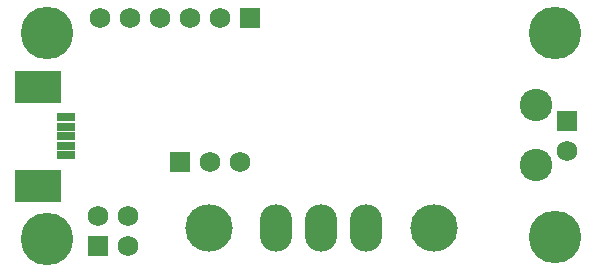
<source format=gbs>
G04 (created by PCBNEW (2013-05-31 BZR 4019)-stable) date 8/16/2014 12:09:56 PM*
%MOIN*%
G04 Gerber Fmt 3.4, Leading zero omitted, Abs format*
%FSLAX34Y34*%
G01*
G70*
G90*
G04 APERTURE LIST*
%ADD10C,0.00590551*%
%ADD11R,0.1576X0.1064*%
%ADD12R,0.0631X0.0277*%
%ADD13O,0.108X0.158*%
%ADD14C,0.158*%
%ADD15R,0.068X0.068*%
%ADD16C,0.068*%
%ADD17C,0.108*%
%ADD18C,0.175*%
G04 APERTURE END LIST*
G54D10*
G54D11*
X52047Y-40471D03*
X52047Y-43779D03*
G54D12*
X52992Y-41495D03*
X52992Y-41810D03*
X52992Y-42755D03*
X52992Y-42440D03*
X52992Y-42125D03*
G54D13*
X59996Y-45196D03*
X61496Y-45196D03*
X62996Y-45196D03*
G54D14*
X57746Y-45196D03*
X65246Y-45196D03*
G54D15*
X56795Y-42992D03*
G54D16*
X57795Y-42992D03*
X58795Y-42992D03*
G54D15*
X54066Y-45775D03*
G54D16*
X54066Y-44775D03*
X55066Y-45775D03*
X55066Y-44775D03*
G54D15*
X59114Y-38188D03*
G54D16*
X58114Y-38188D03*
X57114Y-38188D03*
X56114Y-38188D03*
X55114Y-38188D03*
X54114Y-38188D03*
G54D17*
X68661Y-41102D03*
X68661Y-43070D03*
G54D18*
X52362Y-38673D03*
X52362Y-45562D03*
X69291Y-45484D03*
X69291Y-38673D03*
G54D15*
X69685Y-41625D03*
G54D16*
X69685Y-42625D03*
M02*

</source>
